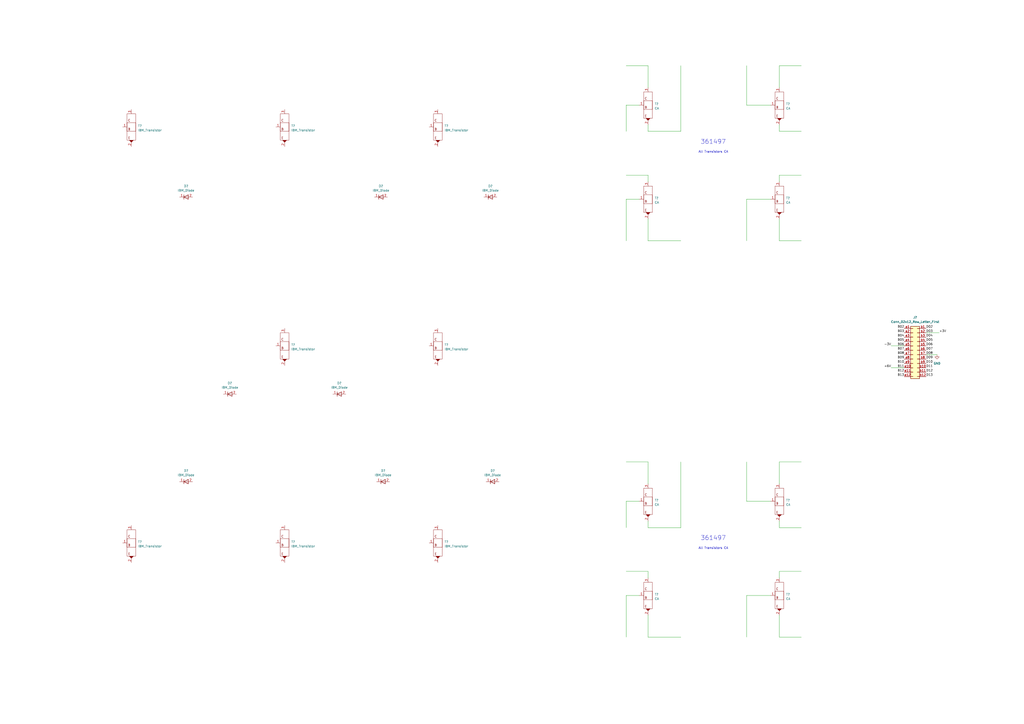
<source format=kicad_sch>
(kicad_sch (version 20211123) (generator eeschema)
  (paper "A2")
  (lib_symbols
    (symbol "Connector_Generic:Conn_02x12_Row_Letter_First" (pin_names (offset 1.016) hide)
      (property "Reference" "J" (at 1.27 15.24 0))
      (property "Value" "Conn_02x12_Row_Letter_First" (at 1.27 -17.78 0))
      (symbol "Conn_02x12_Row_Letter_First_1_1"
        (rectangle (start -1.27 -15.113) (end 0 -15.367) (stroke (width 0.1524)))
        (rectangle (start -1.27 -12.573) (end 0 -12.827) (stroke (width 0.1524)))
        (rectangle (start -1.27 -10.033) (end 0 -10.287) (stroke (width 0.1524)))
        (rectangle (start -1.27 -7.493) (end 0 -7.747) (stroke (width 0.1524)))
        (rectangle (start -1.27 -4.953) (end 0 -5.207) (stroke (width 0.1524)))
        (rectangle (start -1.27 -2.413) (end 0 -2.667) (stroke (width 0.1524)))
        (rectangle (start -1.27 0.127) (end 0 -0.127) (stroke (width 0.1524)))
        (rectangle (start -1.27 2.667) (end 0 2.413) (stroke (width 0.1524)))
        (rectangle (start -1.27 5.207) (end 0 4.953) (stroke (width 0.1524)))
        (rectangle (start -1.27 7.747) (end 0 7.493) (stroke (width 0.1524)))
        (rectangle (start -1.27 10.287) (end 0 10.033) (stroke (width 0.1524)))
        (rectangle (start -1.27 12.827) (end 0 12.573) (stroke (width 0.1524)))
        (rectangle (start -1.27 13.97) (end 3.81 -16.51) (stroke (width 0.254)) (fill (type background)))
        (rectangle (start 3.81 -15.113) (end 2.54 -15.367) (stroke (width 0.1524)))
        (rectangle (start 3.81 -12.573) (end 2.54 -12.827) (stroke (width 0.1524)))
        (rectangle (start 3.81 -10.033) (end 2.54 -10.287) (stroke (width 0.1524)))
        (rectangle (start 3.81 -7.493) (end 2.54 -7.747) (stroke (width 0.1524)))
        (rectangle (start 3.81 -4.953) (end 2.54 -5.207) (stroke (width 0.1524)))
        (rectangle (start 3.81 -2.413) (end 2.54 -2.667) (stroke (width 0.1524)))
        (rectangle (start 3.81 0.127) (end 2.54 -0.127) (stroke (width 0.1524)))
        (rectangle (start 3.81 2.667) (end 2.54 2.413) (stroke (width 0.1524)))
        (rectangle (start 3.81 5.207) (end 2.54 4.953) (stroke (width 0.1524)))
        (rectangle (start 3.81 7.747) (end 2.54 7.493) (stroke (width 0.1524)))
        (rectangle (start 3.81 10.287) (end 2.54 10.033) (stroke (width 0.1524)))
        (rectangle (start 3.81 12.827) (end 2.54 12.573) (stroke (width 0.1524)))
        (pin passive line (at -5.08 12.7 0) (length 3.81) (name "Pin_a1") (number "a1"))
        (pin passive line (at -5.08 -10.16 0) (length 3.81) (name "Pin_a10") (number "a10"))
        (pin passive line (at -5.08 -12.7 0) (length 3.81) (name "Pin_a11") (number "a11"))
        (pin passive line (at -5.08 -15.24 0) (length 3.81) (name "Pin_a12") (number "a12"))
        (pin passive line (at -5.08 10.16 0) (length 3.81) (name "Pin_a2") (number "a2"))
        (pin passive line (at -5.08 7.62 0) (length 3.81) (name "Pin_a3") (number "a3"))
        (pin passive line (at -5.08 5.08 0) (length 3.81) (name "Pin_a4") (number "a4"))
        (pin passive line (at -5.08 2.54 0) (length 3.81) (name "Pin_a5") (number "a5"))
        (pin passive line (at -5.08 0 0) (length 3.81) (name "Pin_a6") (number "a6"))
        (pin passive line (at -5.08 -2.54 0) (length 3.81) (name "Pin_a7") (number "a7"))
        (pin passive line (at -5.08 -5.08 0) (length 3.81) (name "Pin_a8") (number "a8"))
        (pin passive line (at -5.08 -7.62 0) (length 3.81) (name "Pin_a9") (number "a9"))
        (pin passive line (at 7.62 12.7 180) (length 3.81) (name "Pin_b1") (number "b1"))
        (pin passive line (at 7.62 -10.16 180) (length 3.81) (name "Pin_b10") (number "b10"))
        (pin passive line (at 7.62 -12.7 180) (length 3.81) (name "Pin_b11") (number "b11"))
        (pin passive line (at 7.62 -15.24 180) (length 3.81) (name "Pin_b12") (number "b12"))
        (pin passive line (at 7.62 10.16 180) (length 3.81) (name "Pin_b2") (number "b2"))
        (pin passive line (at 7.62 7.62 180) (length 3.81) (name "Pin_b3") (number "b3"))
        (pin passive line (at 7.62 5.08 180) (length 3.81) (name "Pin_b4") (number "b4"))
        (pin passive line (at 7.62 2.54 180) (length 3.81) (name "Pin_b5") (number "b5"))
        (pin passive line (at 7.62 0 180) (length 3.81) (name "Pin_b6") (number "b6"))
        (pin passive line (at 7.62 -2.54 180) (length 3.81) (name "Pin_b7") (number "b7"))
        (pin passive line (at 7.62 -5.08 180) (length 3.81) (name "Pin_b8") (number "b8"))
        (pin passive line (at 7.62 -7.62 180) (length 3.81) (name "Pin_b9") (number "b9"))
      )
    )
    (symbol "IBM_SLT-SLD:IBM_Diode"
      (property "Reference" "D" (at 0 5.08 0))
      (property "Value" "IBM_Diode" (at 0 2.54 0))
      (symbol "IBM_Diode_0_1"
        (polyline (pts (xy -1.27 1.27) (xy -1.27 -1.27)) (stroke (width 0.254)))
        (polyline (pts (xy 1.27 0) (xy -1.27 0)))
        (polyline (pts (xy 1.27 1.27) (xy 1.27 -1.27) (xy -1.27 0) (xy 1.27 1.27)) (stroke (width 0.254)))
      )
      (symbol "IBM_Diode_1_1"
        (pin passive line (at -3.81 0 0) (length 2.54) (name "K") (number "1"))
        (pin passive line (at 3.81 0 180) (length 2.54) (name "A") (number "2"))
      )
    )
    (symbol "IBM_SLT-SLD:IBM_Transistor"
      (property "Reference" "T" (at 0 5.08 0))
      (property "Value" "IBM_Transistor" (at 7.62 8.89 0))
      (symbol "IBM_Transistor_0_0"
        (text "B" (at -1.27 -1.27 0) (effects (font (size 1.27 1.27))))
        (text "C" (at -1.27 3.81 0) (effects (font (size 1.27 1.27))))
        (text "E" (at -1.27 -6.35 0) (effects (font (size 1.27 1.27))))
      )
      (symbol "IBM_Transistor_0_1"
        (rectangle (start -2.54 2.54) (end 2.54 -2.54))
        (rectangle (start -2.54 7.62) (end 2.54 -7.62))
        (polyline (pts (xy -1.27 -7.62) (xy 0 -8.89) (xy 1.27 -7.62)) (fill (type outline)))
      )
      (symbol "IBM_Transistor_1_1"
        (pin passive line (at -5.08 0 0) (length 2.54) (name "B") (number "1"))
        (pin passive line (at 0 -11.43 90) (length 2.54) (name "E") (number "2"))
        (pin passive line (at 0 10.16 270) (length 2.54) (name "C") (number "3"))
      )
    )
    (symbol "power:GND" (power) (pin_names (offset 0))
      (property "Value" "GND" (at 0 -3.81 0))
      (symbol "GND_0_1"
        (polyline (pts (xy 0 0) (xy 0 -1.27) (xy 1.27 -1.27) (xy 0 -2.54) (xy -1.27 -1.27) (xy 0 -1.27)))
      )
      (symbol "GND_1_1"
        (pin power_in line (at 0 0 270) (length 0) hide (name "GND") (number "1"))
      )
    )
  )
  (wire (pts (xy 447.04 115.57) (xy 433.07 115.57)))
  (wire (pts (xy 452.12 267.97) (xy 464.82 267.97)))
  (wire (pts (xy 363.22 139.7) (xy 363.22 115.57)))
  (wire (pts (xy 433.07 345.44) (xy 433.07 369.57)))
  (wire (pts (xy 447.04 60.96) (xy 433.07 60.96)))
  (wire (pts (xy 363.22 101.6) (xy 375.92 101.6)))
  (wire (pts (xy 375.92 50.8) (xy 375.92 38.1)))
  (wire (pts (xy 537.21 205.74) (xy 543.56 205.74)))
  (wire (pts (xy 363.22 290.83) (xy 363.22 306.07)))
  (wire (pts (xy 370.84 290.83) (xy 363.22 290.83)))
  (wire (pts (xy 375.92 280.67) (xy 375.92 267.97)))
  (wire (pts (xy 452.12 331.47) (xy 464.82 331.47)))
  (wire (pts (xy 452.12 335.28) (xy 452.12 331.47)))
  (wire (pts (xy 375.92 356.87) (xy 375.92 369.57)))
  (wire (pts (xy 452.12 302.26) (xy 452.12 306.07)))
  (wire (pts (xy 452.12 38.1) (xy 464.82 38.1)))
  (wire (pts (xy 447.04 290.83) (xy 433.07 290.83)))
  (wire (pts (xy 452.12 306.07) (xy 464.82 306.07)))
  (wire (pts (xy 375.92 76.2) (xy 394.97 76.2)))
  (wire (pts (xy 394.97 306.07) (xy 394.97 267.97)))
  (wire (pts (xy 452.12 105.41) (xy 452.12 101.6)))
  (wire (pts (xy 433.07 115.57) (xy 433.07 139.7)))
  (wire (pts (xy 447.04 345.44) (xy 433.07 345.44)))
  (wire (pts (xy 375.92 139.7) (xy 394.97 139.7)))
  (wire (pts (xy 452.12 139.7) (xy 464.82 139.7)))
  (wire (pts (xy 375.92 127) (xy 375.92 139.7)))
  (wire (pts (xy 433.07 60.96) (xy 433.07 38.1)))
  (wire (pts (xy 375.92 302.26) (xy 375.92 306.07)))
  (wire (pts (xy 375.92 38.1) (xy 363.22 38.1)))
  (wire (pts (xy 370.84 60.96) (xy 363.22 60.96)))
  (wire (pts (xy 452.12 72.39) (xy 452.12 76.2)))
  (wire (pts (xy 452.12 280.67) (xy 452.12 267.97)))
  (wire (pts (xy 363.22 345.44) (xy 370.84 345.44)))
  (wire (pts (xy 363.22 369.57) (xy 363.22 345.44)))
  (wire (pts (xy 537.21 193.04) (xy 544.83 193.04)))
  (wire (pts (xy 375.92 306.07) (xy 394.97 306.07)))
  (wire (pts (xy 452.12 127) (xy 452.12 139.7)))
  (wire (pts (xy 452.12 369.57) (xy 464.82 369.57)))
  (wire (pts (xy 516.89 213.36) (xy 524.51 213.36)))
  (wire (pts (xy 375.92 267.97) (xy 363.22 267.97)))
  (wire (pts (xy 394.97 76.2) (xy 394.97 38.1)))
  (wire (pts (xy 375.92 331.47) (xy 375.92 335.28)))
  (wire (pts (xy 375.92 72.39) (xy 375.92 76.2)))
  (wire (pts (xy 363.22 331.47) (xy 375.92 331.47)))
  (wire (pts (xy 452.12 50.8) (xy 452.12 38.1)))
  (wire (pts (xy 452.12 356.87) (xy 452.12 369.57)))
  (wire (pts (xy 363.22 115.57) (xy 370.84 115.57)))
  (wire (pts (xy 375.92 369.57) (xy 394.97 369.57)))
  (wire (pts (xy 452.12 101.6) (xy 464.82 101.6)))
  (wire (pts (xy 433.07 290.83) (xy 433.07 267.97)))
  (wire (pts (xy 363.22 60.96) (xy 363.22 76.2)))
  (wire (pts (xy 452.12 76.2) (xy 464.82 76.2)))
  (wire (pts (xy 516.89 200.66) (xy 524.51 200.66)))
  (wire (pts (xy 375.92 101.6) (xy 375.92 105.41)))
  (text "All Transistors CA" (at 405.13 318.77 0) (effects (font (size 1.27 1.27)) (justify left bottom)))
  (text "361497" (at 406.4 313.69 0) (effects (font (size 2.54 2.54)) (justify left bottom)))
  (text "All Transistors CA" (at 405.13 88.9 0) (effects (font (size 1.27 1.27)) (justify left bottom)))
  (text "361497" (at 406.4 83.82 0) (effects (font (size 2.54 2.54)) (justify left bottom)))
  (label "+3V" (at 544.83 193.04 0))
  (label "-3V" (at 516.89 200.66 180))
  (label "D06" (at 537.21 200.66 0))
  (label "+6V" (at 516.89 213.36 180))
  (label "D13" (at 537.21 218.44 0))
  (label "D09" (at 537.21 208.28 0))
  (label "B12" (at 524.51 215.9 180))
  (label "B02" (at 524.51 190.5 180))
  (label "B11" (at 524.51 213.36 180))
  (label "D07" (at 537.21 203.2 0))
  (label "B10" (at 524.51 210.82 180))
  (label "B09" (at 524.51 208.28 180))
  (label "D02" (at 537.21 190.5 0))
  (label "B05" (at 524.51 198.12 180))
  (label "B04" (at 524.51 195.58 180))
  (label "D05" (at 537.21 198.12 0))
  (label "B13" (at 524.51 218.44 180))
  (label "D11" (at 537.21 213.36 0))
  (label "B08" (at 524.51 205.74 180))
  (label "D04" (at 537.21 195.58 0))
  (label "B03" (at 524.51 193.04 180))
  (label "B06" (at 524.51 200.66 180))
  (label "D12" (at 537.21 215.9 0))
  (label "D08" (at 537.21 205.74 0))
  (label "B07" (at 524.51 203.2 180))
  (label "D03" (at 537.21 193.04 0))
  (label "D10" (at 537.21 210.82 0))
  (symbol (lib_id "IBM_SLT-SLD:IBM_Diode") (at 196.85 228.6 0) (unit 1)
    (property "Reference" "D?" (at 196.85 222.25 0))
    (property "Value" "IBM_Diode" (at 196.85 224.79 0))
  )
  (symbol (lib_id "IBM_SLT-SLD:IBM_Transistor") (at 452.12 115.57 0) (unit 1)
    (property "Reference" "T?" (at 455.93 114.9349 0) (effects (justify left)))
    (property "Value" "CA" (at 455.93 117.4749 0) (effects (justify left)))
  )
  (symbol (lib_id "IBM_SLT-SLD:IBM_Diode") (at 222.25 279.4 0) (unit 1)
    (property "Reference" "D?" (at 222.25 273.05 0))
    (property "Value" "IBM_Diode" (at 222.25 275.59 0))
  )
  (symbol (lib_id "IBM_SLT-SLD:IBM_Transistor") (at 375.92 290.83 0) (unit 1)
    (property "Reference" "T?" (at 379.73 290.1949 0) (effects (justify left)))
    (property "Value" "CA" (at 379.73 292.7349 0) (effects (justify left)))
  )
  (symbol (lib_id "IBM_SLT-SLD:IBM_Transistor") (at 254 200.66 0) (unit 1)
    (property "Reference" "T?" (at 257.81 200.0249 0) (effects (justify left)))
    (property "Value" "IBM_Transistor" (at 257.81 202.5649 0) (effects (justify left)))
  )
  (symbol (lib_id "IBM_SLT-SLD:IBM_Transistor") (at 452.12 345.44 0) (unit 1)
    (property "Reference" "T?" (at 455.93 344.8049 0) (effects (justify left)))
    (property "Value" "CA" (at 455.93 347.3449 0) (effects (justify left)))
  )
  (symbol (lib_id "IBM_SLT-SLD:IBM_Diode") (at 220.98 114.3 0) (unit 1)
    (property "Reference" "D?" (at 220.98 107.95 0))
    (property "Value" "IBM_Diode" (at 220.98 110.49 0))
  )
  (symbol (lib_id "IBM_SLT-SLD:IBM_Transistor") (at 375.92 60.96 0) (unit 1)
    (property "Reference" "T?" (at 379.73 60.3249 0) (effects (justify left)))
    (property "Value" "CA" (at 379.73 62.8649 0) (effects (justify left)))
  )
  (symbol (lib_id "IBM_SLT-SLD:IBM_Transistor") (at 375.92 345.44 0) (unit 1)
    (property "Reference" "T?" (at 379.73 344.8049 0) (effects (justify left)))
    (property "Value" "CA" (at 379.73 347.3449 0) (effects (justify left)))
  )
  (symbol (lib_id "IBM_SLT-SLD:IBM_Diode") (at 284.48 114.3 0) (unit 1)
    (property "Reference" "D?" (at 284.48 107.95 0))
    (property "Value" "IBM_Diode" (at 284.48 110.49 0))
  )
  (symbol (lib_id "IBM_SLT-SLD:IBM_Transistor") (at 76.2 73.66 0) (unit 1)
    (property "Reference" "T?" (at 80.01 73.0249 0) (effects (justify left)))
    (property "Value" "IBM_Transistor" (at 80.01 75.5649 0) (effects (justify left)))
  )
  (symbol (lib_id "IBM_SLT-SLD:IBM_Transistor") (at 165.1 73.66 0) (unit 1)
    (property "Reference" "T?" (at 168.91 73.0249 0) (effects (justify left)))
    (property "Value" "IBM_Transistor" (at 168.91 75.5649 0) (effects (justify left)))
  )
  (symbol (lib_id "IBM_SLT-SLD:IBM_Diode") (at 285.75 279.4 0) (unit 1)
    (property "Reference" "D?" (at 285.75 273.05 0))
    (property "Value" "IBM_Diode" (at 285.75 275.59 0))
  )
  (symbol (lib_id "IBM_SLT-SLD:IBM_Transistor") (at 254 73.66 0) (unit 1)
    (property "Reference" "T?" (at 257.81 73.0249 0) (effects (justify left)))
    (property "Value" "IBM_Transistor" (at 257.81 75.5649 0) (effects (justify left)))
  )
  (symbol (lib_id "IBM_SLT-SLD:IBM_Transistor") (at 452.12 290.83 0) (unit 1)
    (property "Reference" "T?" (at 455.93 290.1949 0) (effects (justify left)))
    (property "Value" "CA" (at 455.93 292.7349 0) (effects (justify left)))
  )
  (symbol (lib_id "IBM_SLT-SLD:IBM_Transistor") (at 375.92 115.57 0) (unit 1)
    (property "Reference" "T?" (at 379.73 114.9349 0) (effects (justify left)))
    (property "Value" "CA" (at 379.73 117.4749 0) (effects (justify left)))
  )
  (symbol (lib_id "IBM_SLT-SLD:IBM_Diode") (at 107.95 114.3 0) (unit 1)
    (property "Reference" "D?" (at 107.95 107.95 0))
    (property "Value" "IBM_Diode" (at 107.95 110.49 0))
  )
  (symbol (lib_id "IBM_SLT-SLD:IBM_Transistor") (at 76.2 314.96 0) (unit 1)
    (property "Reference" "T?" (at 80.01 314.3249 0) (effects (justify left)))
    (property "Value" "IBM_Transistor" (at 80.01 316.8649 0) (effects (justify left)))
  )
  (symbol (lib_id "IBM_SLT-SLD:IBM_Diode") (at 133.35 228.6 0) (unit 1)
    (property "Reference" "D?" (at 133.35 222.25 0))
    (property "Value" "IBM_Diode" (at 133.35 224.79 0))
  )
  (symbol (lib_id "power:GND") (at 543.56 205.74 0) (unit 1)
    (property "Reference" "#PWR?" (effects hide))
    (property "Value" "GND" (at 543.56 210.82 0))
  )
  (symbol (lib_id "IBM_SLT-SLD:IBM_Transistor") (at 165.1 200.66 0) (unit 1)
    (property "Reference" "T?" (at 168.91 200.0249 0) (effects (justify left)))
    (property "Value" "IBM_Transistor" (at 168.91 202.5649 0) (effects (justify left)))
  )
  (symbol (lib_id "IBM_SLT-SLD:IBM_Transistor") (at 165.1 314.96 0) (unit 1)
    (property "Reference" "T?" (at 168.91 314.3249 0) (effects (justify left)))
    (property "Value" "IBM_Transistor" (at 168.91 316.8649 0) (effects (justify left)))
  )
  (symbol (lib_id "IBM_SLT-SLD:IBM_Transistor") (at 452.12 60.96 0) (unit 1)
    (property "Reference" "T?" (at 455.93 60.3249 0) (effects (justify left)))
    (property "Value" "CA" (at 455.93 62.8649 0) (effects (justify left)))
  )
  (symbol (lib_id "Connector_Generic:Conn_02x12_Row_Letter_First") (at 529.59 203.2 0) (unit 1)
    (property "Reference" "J?" (at 530.86 184.15 0))
    (property "Value" "Conn_02x12_Row_Letter_First" (at 530.86 186.69 0))
  )
  (symbol (lib_id "IBM_SLT-SLD:IBM_Diode") (at 107.95 279.4 0) (unit 1)
    (property "Reference" "D?" (at 107.95 273.05 0))
    (property "Value" "IBM_Diode" (at 107.95 275.59 0))
  )
  (symbol (lib_id "IBM_SLT-SLD:IBM_Transistor") (at 254 314.96 0) (unit 1)
    (property "Reference" "T?" (at 257.81 314.3249 0) (effects (justify left)))
    (property "Value" "IBM_Transistor" (at 257.81 316.8649 0) (effects (justify left)))
  )
)
</source>
